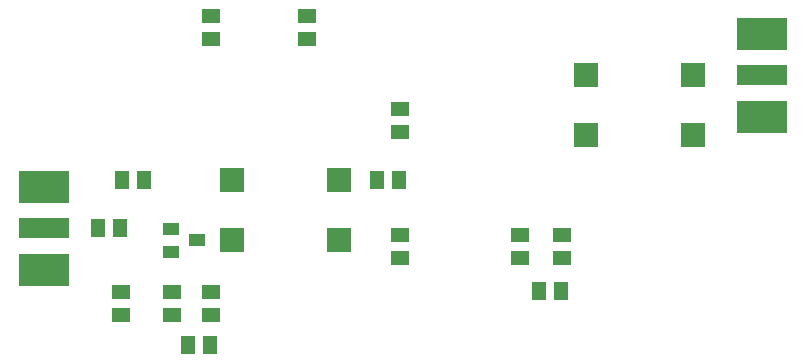
<source format=gbr>
G04 EAGLE Gerber RS-274X export*
G75*
%MOMM*%
%FSLAX34Y34*%
%LPD*%
%INSolderpaste Top*%
%IPPOS*%
%AMOC8*
5,1,8,0,0,1.08239X$1,22.5*%
G01*
%ADD10R,1.500000X1.300000*%
%ADD11R,1.300000X1.500000*%
%ADD12R,1.400000X1.000000*%
%ADD13R,2.000000X2.000000*%
%ADD14R,4.191000X1.778000*%
%ADD15R,4.191000X2.667000*%


D10*
X162560Y297840D03*
X162560Y316840D03*
X243840Y297840D03*
X243840Y316840D03*
D11*
X85700Y137160D03*
X66700Y137160D03*
D10*
X162560Y64160D03*
X162560Y83160D03*
D11*
X321920Y177800D03*
X302920Y177800D03*
D10*
X459740Y112420D03*
X459740Y131420D03*
D12*
X150700Y127000D03*
X128700Y117500D03*
X128700Y136500D03*
D11*
X106020Y177800D03*
X87020Y177800D03*
D10*
X86360Y83160D03*
X86360Y64160D03*
X129540Y64160D03*
X129540Y83160D03*
D11*
X142900Y38100D03*
X161900Y38100D03*
D10*
X322580Y219100D03*
X322580Y238100D03*
X322580Y112420D03*
X322580Y131420D03*
X424180Y112420D03*
X424180Y131420D03*
D11*
X440080Y83820D03*
X459080Y83820D03*
D13*
X180340Y177800D03*
X180340Y127000D03*
X271140Y177800D03*
X271140Y127000D03*
X480060Y266700D03*
X480060Y215900D03*
X570860Y266700D03*
X570860Y215900D03*
D14*
X21154Y137160D03*
D15*
X21154Y172106D03*
X21154Y102214D03*
D14*
X629086Y266700D03*
D15*
X629086Y231754D03*
X629086Y301646D03*
M02*

</source>
